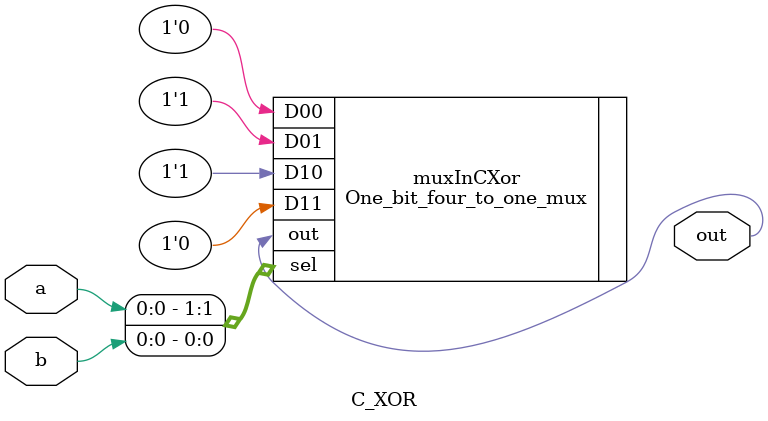
<source format=v>
module C_XOR(input a, b, output out);

    One_bit_four_to_one_mux muxInCXor(
        .D00(1'b0),
        .D01(1'b1), 
        .D10(1'b1),
        .D11(1'b0),
        .sel({a, b}), 
        .out(out)
    );

endmodule

</source>
